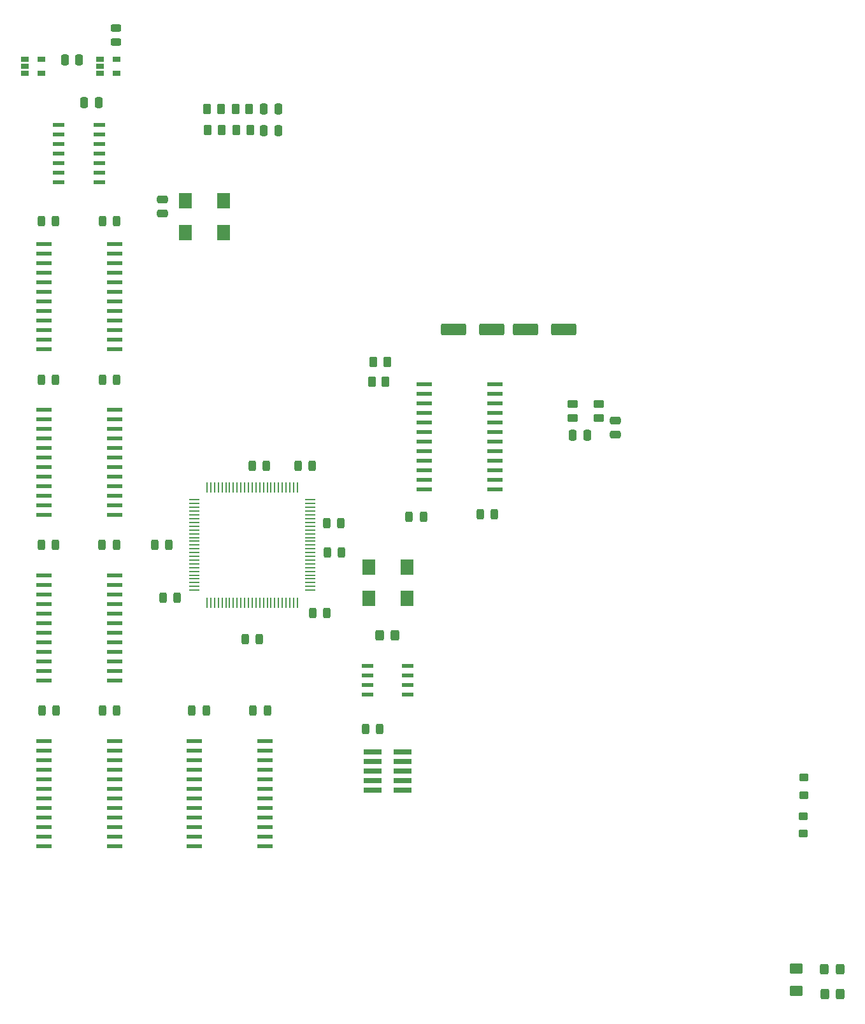
<source format=gbr>
G04 #@! TF.GenerationSoftware,KiCad,Pcbnew,8.0.7*
G04 #@! TF.CreationDate,2025-02-05T20:28:53-06:00*
G04 #@! TF.ProjectId,midiori,6d696469-6f72-4692-9e6b-696361645f70,rev?*
G04 #@! TF.SameCoordinates,Original*
G04 #@! TF.FileFunction,Paste,Top*
G04 #@! TF.FilePolarity,Positive*
%FSLAX46Y46*%
G04 Gerber Fmt 4.6, Leading zero omitted, Abs format (unit mm)*
G04 Created by KiCad (PCBNEW 8.0.7) date 2025-02-05 20:28:53*
%MOMM*%
%LPD*%
G01*
G04 APERTURE LIST*
G04 Aperture macros list*
%AMRoundRect*
0 Rectangle with rounded corners*
0 $1 Rounding radius*
0 $2 $3 $4 $5 $6 $7 $8 $9 X,Y pos of 4 corners*
0 Add a 4 corners polygon primitive as box body*
4,1,4,$2,$3,$4,$5,$6,$7,$8,$9,$2,$3,0*
0 Add four circle primitives for the rounded corners*
1,1,$1+$1,$2,$3*
1,1,$1+$1,$4,$5*
1,1,$1+$1,$6,$7*
1,1,$1+$1,$8,$9*
0 Add four rect primitives between the rounded corners*
20,1,$1+$1,$2,$3,$4,$5,0*
20,1,$1+$1,$4,$5,$6,$7,0*
20,1,$1+$1,$6,$7,$8,$9,0*
20,1,$1+$1,$8,$9,$2,$3,0*%
G04 Aperture macros list end*
%ADD10R,1.800000X2.000000*%
%ADD11RoundRect,0.250000X-0.325000X-0.450000X0.325000X-0.450000X0.325000X0.450000X-0.325000X0.450000X0*%
%ADD12R,2.000000X0.600000*%
%ADD13R,1.470000X0.280000*%
%ADD14R,0.280000X1.470000*%
%ADD15R,1.500000X0.600000*%
%ADD16R,1.550000X0.600000*%
%ADD17R,1.060000X0.650000*%
%ADD18RoundRect,0.243750X0.456250X-0.243750X0.456250X0.243750X-0.456250X0.243750X-0.456250X-0.243750X0*%
%ADD19R,2.400000X0.740000*%
%ADD20RoundRect,0.243750X-0.243750X-0.456250X0.243750X-0.456250X0.243750X0.456250X-0.243750X0.456250X0*%
%ADD21RoundRect,0.243750X0.243750X0.456250X-0.243750X0.456250X-0.243750X-0.456250X0.243750X-0.456250X0*%
%ADD22RoundRect,0.250000X-0.450000X0.262500X-0.450000X-0.262500X0.450000X-0.262500X0.450000X0.262500X0*%
%ADD23RoundRect,0.250000X0.250000X0.475000X-0.250000X0.475000X-0.250000X-0.475000X0.250000X-0.475000X0*%
%ADD24RoundRect,0.250000X-1.412500X-0.550000X1.412500X-0.550000X1.412500X0.550000X-1.412500X0.550000X0*%
%ADD25RoundRect,0.250000X-0.262500X-0.450000X0.262500X-0.450000X0.262500X0.450000X-0.262500X0.450000X0*%
%ADD26RoundRect,0.250001X-0.624999X0.462499X-0.624999X-0.462499X0.624999X-0.462499X0.624999X0.462499X0*%
%ADD27RoundRect,0.250000X0.262500X0.450000X-0.262500X0.450000X-0.262500X-0.450000X0.262500X-0.450000X0*%
%ADD28RoundRect,0.250000X0.325000X0.450000X-0.325000X0.450000X-0.325000X-0.450000X0.325000X-0.450000X0*%
%ADD29RoundRect,0.250000X0.475000X-0.250000X0.475000X0.250000X-0.475000X0.250000X-0.475000X-0.250000X0*%
%ADD30RoundRect,0.250000X-0.250000X-0.475000X0.250000X-0.475000X0.250000X0.475000X-0.250000X0.475000X0*%
%ADD31RoundRect,0.250000X-0.350000X0.275000X-0.350000X-0.275000X0.350000X-0.275000X0.350000X0.275000X0*%
%ADD32RoundRect,0.250000X-0.475000X0.250000X-0.475000X-0.250000X0.475000X-0.250000X0.475000X0.250000X0*%
G04 APERTURE END LIST*
D10*
X109460000Y-129100000D03*
X114540000Y-129100000D03*
X114540000Y-124900000D03*
X109460000Y-124900000D03*
D11*
X110950000Y-134000000D03*
X113000000Y-134000000D03*
D12*
X86300000Y-148015000D03*
X86300000Y-149285000D03*
X86300000Y-150555000D03*
X86300000Y-151825000D03*
X86300000Y-153095000D03*
X86300000Y-154365000D03*
X86300000Y-155635000D03*
X86300000Y-156905000D03*
X86300000Y-158175000D03*
X86300000Y-159445000D03*
X86300000Y-160715000D03*
X86300000Y-161985000D03*
X95700000Y-161985000D03*
X95700000Y-160715000D03*
X95700000Y-159445000D03*
X95700000Y-158175000D03*
X95700000Y-156905000D03*
X95700000Y-155635000D03*
X95700000Y-154365000D03*
X95700000Y-153095000D03*
X95700000Y-151825000D03*
X95700000Y-150555000D03*
X95700000Y-149285000D03*
X95700000Y-148015000D03*
X66300000Y-126015000D03*
X66300000Y-127285000D03*
X66300000Y-128555000D03*
X66300000Y-129825000D03*
X66300000Y-131095000D03*
X66300000Y-132365000D03*
X66300000Y-133635000D03*
X66300000Y-134905000D03*
X66300000Y-136175000D03*
X66300000Y-137445000D03*
X66300000Y-138715000D03*
X66300000Y-139985000D03*
X75700000Y-139985000D03*
X75700000Y-138715000D03*
X75700000Y-137445000D03*
X75700000Y-136175000D03*
X75700000Y-134905000D03*
X75700000Y-133635000D03*
X75700000Y-132365000D03*
X75700000Y-131095000D03*
X75700000Y-129825000D03*
X75700000Y-128555000D03*
X75700000Y-127285000D03*
X75700000Y-126015000D03*
X126240000Y-114590000D03*
X126240000Y-113320000D03*
X126240000Y-112050000D03*
X126240000Y-110780000D03*
X126240000Y-109510000D03*
X126240000Y-108240000D03*
X126240000Y-106970000D03*
X126240000Y-105700000D03*
X126240000Y-104430000D03*
X126240000Y-103160000D03*
X126240000Y-101890000D03*
X126240000Y-100620000D03*
X116840000Y-100620000D03*
X116840000Y-101890000D03*
X116840000Y-103160000D03*
X116840000Y-104430000D03*
X116840000Y-105700000D03*
X116840000Y-106970000D03*
X116840000Y-108240000D03*
X116840000Y-109510000D03*
X116840000Y-110780000D03*
X116840000Y-112050000D03*
X116840000Y-113320000D03*
X116840000Y-114590000D03*
X66300000Y-148015000D03*
X66300000Y-149285000D03*
X66300000Y-150555000D03*
X66300000Y-151825000D03*
X66300000Y-153095000D03*
X66300000Y-154365000D03*
X66300000Y-155635000D03*
X66300000Y-156905000D03*
X66300000Y-158175000D03*
X66300000Y-159445000D03*
X66300000Y-160715000D03*
X66300000Y-161985000D03*
X75700000Y-161985000D03*
X75700000Y-160715000D03*
X75700000Y-159445000D03*
X75700000Y-158175000D03*
X75700000Y-156905000D03*
X75700000Y-155635000D03*
X75700000Y-154365000D03*
X75700000Y-153095000D03*
X75700000Y-151825000D03*
X75700000Y-150555000D03*
X75700000Y-149285000D03*
X75700000Y-148015000D03*
X66300000Y-82015000D03*
X66300000Y-83285000D03*
X66300000Y-84555000D03*
X66300000Y-85825000D03*
X66300000Y-87095000D03*
X66300000Y-88365000D03*
X66300000Y-89635000D03*
X66300000Y-90905000D03*
X66300000Y-92175000D03*
X66300000Y-93445000D03*
X66300000Y-94715000D03*
X66300000Y-95985000D03*
X75700000Y-95985000D03*
X75700000Y-94715000D03*
X75700000Y-93445000D03*
X75700000Y-92175000D03*
X75700000Y-90905000D03*
X75700000Y-89635000D03*
X75700000Y-88365000D03*
X75700000Y-87095000D03*
X75700000Y-85825000D03*
X75700000Y-84555000D03*
X75700000Y-83285000D03*
X75700000Y-82015000D03*
D13*
X86330000Y-116000000D03*
X86330000Y-116500000D03*
X86330000Y-117000000D03*
X86330000Y-117500000D03*
X86330000Y-118000000D03*
X86330000Y-118500000D03*
X86330000Y-119000000D03*
X86330000Y-119500000D03*
X86330000Y-120000000D03*
X86330000Y-120500000D03*
X86330000Y-121000000D03*
X86330000Y-121500000D03*
X86330000Y-122000000D03*
X86330000Y-122500000D03*
X86330000Y-123000000D03*
X86330000Y-123500000D03*
X86330000Y-124000000D03*
X86330000Y-124500000D03*
X86330000Y-125000000D03*
X86330000Y-125500000D03*
X86330000Y-126000000D03*
X86330000Y-126500000D03*
X86330000Y-127000000D03*
X86330000Y-127500000D03*
X86330000Y-128000000D03*
D14*
X88000000Y-129670000D03*
X88500000Y-129670000D03*
X89000000Y-129670000D03*
X89500000Y-129670000D03*
X90000000Y-129670000D03*
X90500000Y-129670000D03*
X91000000Y-129670000D03*
X91500000Y-129670000D03*
X92000000Y-129670000D03*
X92500000Y-129670000D03*
X93000000Y-129670000D03*
X93500000Y-129670000D03*
X94000000Y-129670000D03*
X94500000Y-129670000D03*
X95000000Y-129670000D03*
X95500000Y-129670000D03*
X96000000Y-129670000D03*
X96500000Y-129670000D03*
X97000000Y-129670000D03*
X97500000Y-129670000D03*
X98000000Y-129670000D03*
X98500000Y-129670000D03*
X99000000Y-129670000D03*
X99500000Y-129670000D03*
X100000000Y-129670000D03*
D13*
X101670000Y-128000000D03*
X101670000Y-127500000D03*
X101670000Y-127000000D03*
X101670000Y-126500000D03*
X101670000Y-126000000D03*
X101670000Y-125500000D03*
X101670000Y-125000000D03*
X101670000Y-124500000D03*
X101670000Y-124000000D03*
X101670000Y-123500000D03*
X101670000Y-123000000D03*
X101670000Y-122500000D03*
X101670000Y-122000000D03*
X101670000Y-121500000D03*
X101670000Y-121000000D03*
X101670000Y-120500000D03*
X101670000Y-120000000D03*
X101670000Y-119500000D03*
X101670000Y-119000000D03*
X101670000Y-118500000D03*
X101670000Y-118000000D03*
X101670000Y-117500000D03*
X101670000Y-117000000D03*
X101670000Y-116500000D03*
X101670000Y-116000000D03*
D14*
X100000000Y-114330000D03*
X99500000Y-114330000D03*
X99000000Y-114330000D03*
X98500000Y-114330000D03*
X98000000Y-114330000D03*
X97500000Y-114330000D03*
X97000000Y-114330000D03*
X96500000Y-114330000D03*
X96000000Y-114330000D03*
X95500000Y-114330000D03*
X95000000Y-114330000D03*
X94500000Y-114330000D03*
X94000000Y-114330000D03*
X93500000Y-114330000D03*
X93000000Y-114330000D03*
X92500000Y-114330000D03*
X92000000Y-114330000D03*
X91500000Y-114330000D03*
X91000000Y-114330000D03*
X90500000Y-114330000D03*
X90000000Y-114330000D03*
X89500000Y-114330000D03*
X89000000Y-114330000D03*
X88500000Y-114330000D03*
X88000000Y-114330000D03*
D15*
X68300000Y-66190000D03*
X68300000Y-67460000D03*
X68300000Y-68730000D03*
X68300000Y-70000000D03*
X68300000Y-71270000D03*
X68300000Y-72540000D03*
X68300000Y-73810000D03*
X73700000Y-73810000D03*
X73700000Y-72540000D03*
X73700000Y-71270000D03*
X73700000Y-70000000D03*
X73700000Y-68730000D03*
X73700000Y-67460000D03*
X73700000Y-66190000D03*
D12*
X66300000Y-104015000D03*
X66300000Y-105285000D03*
X66300000Y-106555000D03*
X66300000Y-107825000D03*
X66300000Y-109095000D03*
X66300000Y-110365000D03*
X66300000Y-111635000D03*
X66300000Y-112905000D03*
X66300000Y-114175000D03*
X66300000Y-115445000D03*
X66300000Y-116715000D03*
X66300000Y-117985000D03*
X75700000Y-117985000D03*
X75700000Y-116715000D03*
X75700000Y-115445000D03*
X75700000Y-114175000D03*
X75700000Y-112905000D03*
X75700000Y-111635000D03*
X75700000Y-110365000D03*
X75700000Y-109095000D03*
X75700000Y-107825000D03*
X75700000Y-106555000D03*
X75700000Y-105285000D03*
X75700000Y-104015000D03*
D16*
X114700000Y-141905000D03*
X114700000Y-140635000D03*
X114700000Y-139365000D03*
X114700000Y-138095000D03*
X109300000Y-138095000D03*
X109300000Y-139365000D03*
X109300000Y-140635000D03*
X109300000Y-141905000D03*
D17*
X63746998Y-57450000D03*
X63746998Y-58400000D03*
X63746998Y-59350000D03*
X65946998Y-59350000D03*
X65946998Y-57450000D03*
D18*
X75920000Y-55197500D03*
X75920000Y-53322500D03*
D19*
X110050000Y-149460000D03*
X113950000Y-149460000D03*
X110050000Y-150730000D03*
X113950000Y-150730000D03*
X110050000Y-152000000D03*
X113950000Y-152000000D03*
X110050000Y-153270000D03*
X113950000Y-153270000D03*
X110050000Y-154540000D03*
X113950000Y-154540000D03*
D17*
X73746998Y-57450000D03*
X73746998Y-58400000D03*
X73746998Y-59350000D03*
X75946998Y-59350000D03*
X75946998Y-57450000D03*
D20*
X66000000Y-122000000D03*
X67875000Y-122000000D03*
D21*
X116750000Y-118210000D03*
X114875000Y-118210000D03*
D20*
X86000000Y-144000000D03*
X87875000Y-144000000D03*
D21*
X76000000Y-144000000D03*
X74125000Y-144000000D03*
X126217500Y-117920000D03*
X124342500Y-117920000D03*
X75937500Y-122000000D03*
X74062500Y-122000000D03*
D20*
X66000000Y-79000000D03*
X67875000Y-79000000D03*
D21*
X76000000Y-79000000D03*
X74125000Y-79000000D03*
D20*
X66062500Y-144000000D03*
X67937500Y-144000000D03*
D21*
X76000000Y-100000000D03*
X74125000Y-100000000D03*
D20*
X100125000Y-111500000D03*
X102000000Y-111500000D03*
X93062500Y-134500000D03*
X94937500Y-134500000D03*
X104000000Y-123000000D03*
X105875000Y-123000000D03*
D21*
X84000000Y-129000000D03*
X82125000Y-129000000D03*
D20*
X66000000Y-100000000D03*
X67875000Y-100000000D03*
D21*
X96000000Y-144000000D03*
X94125000Y-144000000D03*
X82937500Y-122000000D03*
X81062500Y-122000000D03*
X110975000Y-146400000D03*
X109100000Y-146400000D03*
D20*
X102062500Y-131000000D03*
X103937500Y-131000000D03*
X94000000Y-111500000D03*
X95875000Y-111500000D03*
X103942500Y-119110000D03*
X105817500Y-119110000D03*
D22*
X140060000Y-103287500D03*
X140060000Y-105112500D03*
X136590000Y-103287500D03*
X136590000Y-105112500D03*
D23*
X97460000Y-64020000D03*
X95560000Y-64020000D03*
D24*
X120790000Y-93320000D03*
X125865000Y-93320000D03*
D25*
X91767500Y-64020000D03*
X93592500Y-64020000D03*
D26*
X166350000Y-178262500D03*
X166350000Y-181237500D03*
D27*
X111932500Y-97630000D03*
X110107500Y-97630000D03*
D23*
X97460000Y-66930000D03*
X95560000Y-66930000D03*
D25*
X88027500Y-64070000D03*
X89852500Y-64070000D03*
D11*
X170075000Y-178350000D03*
X172125000Y-178350000D03*
D28*
X172150000Y-181700000D03*
X170100000Y-181700000D03*
D24*
X130360000Y-93320000D03*
X135435000Y-93320000D03*
D23*
X73594000Y-63246000D03*
X71694000Y-63246000D03*
D25*
X88117500Y-66840000D03*
X89942500Y-66840000D03*
D23*
X138530000Y-107380000D03*
X136630000Y-107380000D03*
D29*
X82040000Y-77950000D03*
X82040000Y-76050000D03*
D30*
X69100000Y-57560000D03*
X71000000Y-57560000D03*
D27*
X111732500Y-100270000D03*
X109907500Y-100270000D03*
D31*
X167320000Y-152910000D03*
X167320000Y-155210000D03*
D32*
X142300000Y-105460000D03*
X142300000Y-107360000D03*
D10*
X85110000Y-80490000D03*
X90190000Y-80490000D03*
X90190000Y-76290000D03*
X85110000Y-76290000D03*
D27*
X93732500Y-66860000D03*
X91907500Y-66860000D03*
D31*
X167260000Y-158050000D03*
X167260000Y-160350000D03*
M02*

</source>
